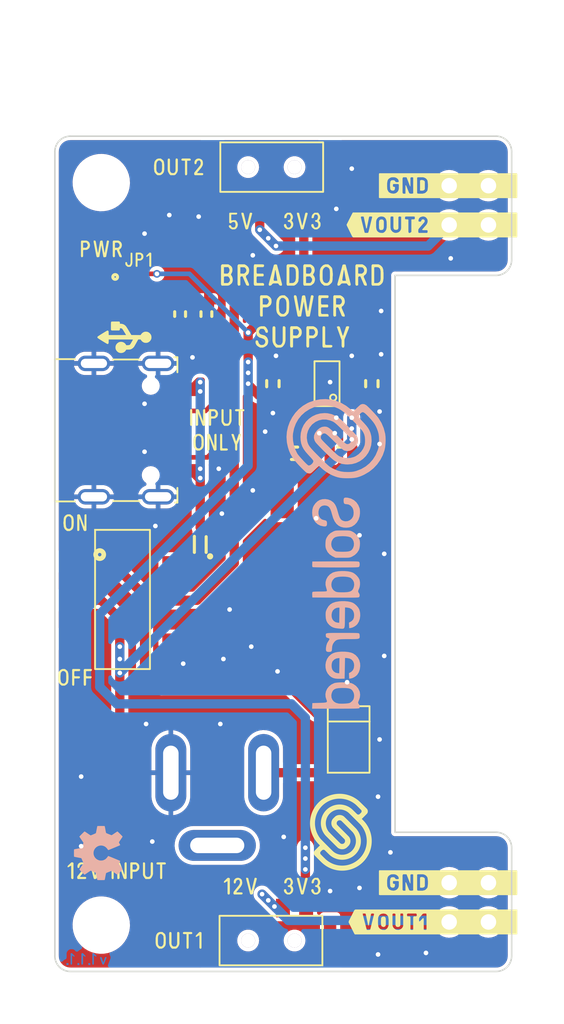
<source format=kicad_pcb>
(kicad_pcb (version 20210623) (generator pcbnew)
  (title_block (title "Breadboard_power_supply") (date "2021-07-08") (rev "V1.1.1.") (company "SOLDEREd") (comment 1 "333084"))
  (layers (0 "F.Cu" mixed) (31 "B.Cu" signal) (34 "B.Paste" user) (35 "F.Paste" user) (36 "B.SilkS" user "B.Silkscreen") (37 "F.SilkS" user "F.Silkscreen") (38 "B.Mask" user) (39 "F.Mask" user) (44 "Edge.Cuts" user))
  (net 0 "")
  (net 1 "5V")
  (net 2 "GND")
  (net 3 "12V")
  (net 4 "3V3")
  (net 5 "VIN")
  (net 6 "Net-(D1-Pad1)")
  (net 7 "Net-(D2-Pad1)")
  (net 8 "VUSB")
  (net 10 "Net-(K1-PadB5)")
  (net 12 "Net-(K1-PadA5)")
  (net 14 "Net-(K3-Pad2)")
  (net 15 "Net-(K4-Pad2)")
  (net 23 "Net-(JP1-Pad2)")
  (net 24 "Net-(D3-Pad1)")
  (footprint "e-radionica.com footprinti:0603C" (layer "F.Cu") (at 98.5 86.5)
    (fp_text reference "C2")
    (fp_text value "1uF")
    (pad "1" smd rect locked (at -0.73 0) (size 0.66 1) (layers "F.Cu" "F.Paste" "F.Mask") (net 2 "GND"))
    (pad "2" smd rect locked (at 0.73 0) (size 0.66 1) (layers "F.Cu" "F.Paste" "F.Mask") (net 3 "12V"))
  )
  (footprint "e-radionica.com footprinti:FIDUCIAL_23" (layer "F.Cu") (at 82.5 85)
    (fp_text reference "FD1")
    (fp_text value "FIDUCIAL")
    (fp_circle (center 0 0) (end 1 0) (layer "F.Cu") (width 0.2) (fill none))
    (pad "1" smd circle locked (at 0 0) (size 1 1) (layers "F.Cu" "F.Paste" "F.Mask") (clearance 1.1))
  )
  (footprint "e-radionica.com footprinti:HOLE_3.2mm" (layer "F.Cu") (at 83 69)
    (fp_text reference "H1" hide)
    (fp_text value "HOLE_3.2mm" hide)
    (pad "" np_thru_hole circle locked (at 0 0) (size 3.2 3.2) (drill 3.2) (layers F&B.Cu *.Mask))
  )
  (footprint "buzzardLabel" (layer "F.Cu") (at 92 114.5)
    (fp_text reference "" (at 0 0) (layer "F.SilkS") (effects (font (size 1.27 1.27))))
    (fp_text value "" (at 0 0) (layer "F.SilkS") (effects (font (size 1.27 1.27))))
  )
  (footprint "buzzardLabel" (layer "F.Cu") (at 96 71.5)
    (fp_text reference "" (at 0 0) (layer "F.SilkS") (effects (font (size 1.27 1.27))))
    (fp_text value "" (at 0 0) (layer "F.SilkS") (effects (font (size 1.27 1.27))))
  )
  (footprint "buzzardLabel" (layer "F.Cu") (at 96 114.5)
    (fp_text reference "" (at 0 0) (layer "F.SilkS") (effects (font (size 1.27 1.27))))
    (fp_text value "" (at 0 0) (layer "F.SilkS") (effects (font (size 1.27 1.27))))
  )
  (footprint "e-radionica.com footprinti:0603R" (layer "F.Cu") (at 89.8 77.5 90)
    (fp_text reference "R1")
    (fp_text value "5.1k")
    (pad "1" smd rect locked (at -0.775 0 180) (size 1 0.64) (layers "F.Cu" "F.Paste" "F.Mask") (net 10 "Net-(K1-PadB5)"))
    (pad "2" smd rect locked (at 0.775 0 180) (size 1 0.64) (layers "F.Cu" "F.Paste" "F.Mask") (net 2 "GND"))
  )
  (footprint "buzzardLabel" (layer "F.Cu") (at 90.5 85.8)
    (fp_text reference "" (at 0 0) (layer "F.SilkS") (effects (font (size 1.27 1.27))))
    (fp_text value "" (at 0 0) (layer "F.SilkS") (effects (font (size 1.27 1.27))))
  )
  (footprint "e-radionica.com footprinti:0603C" (layer "F.Cu") (at 100.5 82 -90)
    (fp_text reference "C1")
    (fp_text value "2.2uF")
    (pad "1" smd rect locked (at -0.73 0 270) (size 0.66 1) (layers "F.Cu" "F.Paste" "F.Mask") (net 2 "GND"))
    (pad "2" smd rect locked (at 0.73 0 270) (size 0.66 1) (layers "F.Cu" "F.Paste" "F.Mask") (net 1 "5V"))
  )
  (footprint "e-radionica.com footprinti:SWITCH_ON_OFF_ON_3296" (layer "F.Cu") (at 94 118 180)
    (fp_text reference "S2")
    (fp_text value "SK-3296S-01-L1")
    (pad "1" smd rect locked (at 2.1 2.1 180) (size 0.9 1.2) (layers "F.Cu" "F.Paste" "F.Mask") (net 3 "12V"))
    (pad "2" smd rect locked (at -0.75 2.1 180) (size 0.9 1.2) (layers "F.Cu" "F.Paste" "F.Mask") (net 14 "Net-(K3-Pad2)"))
    (pad "3" smd rect locked (at -2.25 2.1 180) (size 0.9 1.2) (layers "F.Cu" "F.Paste" "F.Mask") (net 4 "3V3"))
    (pad "MH1" thru_hole circle locked (at -1.5 0 180) (size 0.9 0.9) (drill 0.9) (layers *.Cu *.Mask))
    (pad "MH2" thru_hole circle locked (at 1.5 0 180) (size 0.9 0.9) (drill 0.9) (layers *.Cu *.Mask))
    (pad "MP1" smd rect locked (at -3.8 1.125 180) (size 0.8 0.9) (layers "F.Cu" "F.Paste" "F.Mask"))
    (pad "MP2" smd rect locked (at 3.75 1.125 180) (size 0.8 0.9) (layers "F.Cu" "F.Paste" "F.Mask"))
    (pad "MP3" smd rect locked (at 3.8 -1.075 180) (size 0.8 0.9) (layers "F.Cu" "F.Paste" "F.Mask"))
    (pad "MP4" smd rect locked (at -3.8 -1.075 180) (size 0.8 0.9) (layers "F.Cu" "F.Paste" "F.Mask"))
  )
  (footprint "buzzardLabel" (layer "F.Cu") (at 92 71.5)
    (fp_text reference "" (at 0 0) (layer "F.SilkS") (effects (font (size 1.27 1.27))))
    (fp_text value "" (at 0 0) (layer "F.SilkS") (effects (font (size 1.27 1.27))))
  )
  (footprint "buzzardLabel" (layer "F.Cu") (at 85.4 74)
    (fp_text reference "" (at 0 0) (layer "F.SilkS") (effects (font (size 1.27 1.27))))
    (fp_text value "" (at 0 0) (layer "F.SilkS") (effects (font (size 1.27 1.27))))
  )
  (footprint "buzzardLabel" (layer "F.Cu") (at 81.3 101)
    (fp_text reference "" (at 0 0) (layer "F.SilkS") (effects (font (size 1.27 1.27))))
    (fp_text value "" (at 0 0) (layer "F.SilkS") (effects (font (size 1.27 1.27))))
  )
  (footprint "buzzardLabel" (layer "F.Cu") (at 84 113.5)
    (fp_text reference "" (at 0 0) (layer "F.SilkS") (effects (font (size 1.27 1.27))))
    (fp_text value "" (at 0 0) (layer "F.SilkS") (effects (font (size 1.27 1.27))))
  )
  (footprint "buzzardLabel" (layer "F.Cu") (at 88 118)
    (fp_text reference "" (at 0 0) (layer "F.SilkS") (effects (font (size 1.27 1.27))))
    (fp_text value "" (at 0 0) (layer "F.SilkS") (effects (font (size 1.27 1.27))))
  )
  (footprint "buzzardLabel" (layer "F.Cu") (at 96 79)
    (fp_text reference "" (at 0 0) (layer "F.SilkS") (effects (font (size 1.27 1.27))))
    (fp_text value "" (at 0 0) (layer "F.SilkS") (effects (font (size 1.27 1.27))))
  )
  (footprint "buzzardLabel" (layer "F.Cu") (at 110.3 71.74)
    (fp_text reference "" (at 0 0) (layer "F.SilkS") (effects (font (size 1.27 1.27))))
    (fp_text value "" (at 0 0) (layer "F.SilkS") (effects (font (size 1.27 1.27))))
  )
  (footprint "buzzardLabel" (layer "F.Cu") (at 96 75)
    (fp_text reference "" (at 0 0) (layer "F.SilkS") (effects (font (size 1.27 1.27))))
    (fp_text value "" (at 0 0) (layer "F.SilkS") (effects (font (size 1.27 1.27))))
  )
  (footprint "e-radionica.com footprinti:SWITCH_ON_OFF_ON_3296" (layer "F.Cu") (at 94 68)
    (fp_text reference "S3")
    (fp_text value "SK-3296S-01-L1")
    (pad "1" smd rect locked (at 2.1 2.1) (size 0.9 1.2) (layers "F.Cu" "F.Paste" "F.Mask") (net 4 "3V3"))
    (pad "2" smd rect locked (at -0.75 2.1) (size 0.9 1.2) (layers "F.Cu" "F.Paste" "F.Mask") (net 15 "Net-(K4-Pad2)"))
    (pad "3" smd rect locked (at -2.25 2.1) (size 0.9 1.2) (layers "F.Cu" "F.Paste" "F.Mask") (net 1 "5V"))
    (pad "MH1" thru_hole circle locked (at -1.5 0) (size 0.9 0.9) (drill 0.9) (layers *.Cu *.Mask))
    (pad "MH2" thru_hole circle locked (at 1.5 0) (size 0.9 0.9) (drill 0.9) (layers *.Cu *.Mask))
    (pad "MP1" smd rect locked (at -3.8 1.125) (size 0.8 0.9) (layers "F.Cu" "F.Paste" "F.Mask"))
    (pad "MP2" smd rect locked (at 3.75 1.125) (size 0.8 0.9) (layers "F.Cu" "F.Paste" "F.Mask"))
    (pad "MP3" smd rect locked (at 3.8 -1.075) (size 0.8 0.9) (layers "F.Cu" "F.Paste" "F.Mask"))
    (pad "MP4" smd rect locked (at -3.8 -1.075) (size 0.8 0.9) (layers "F.Cu" "F.Paste" "F.Mask"))
  )
  (footprint "e-radionica.com footprinti:AS7805ADTR" (layer "F.Cu") (at 97 96.3 180)
    (fp_text reference "U1")
    (fp_text value "AS7805ADTR")
    (pad "1" smd rect (at -2.3 6.85 180) (size 1.5 2.5) (layers "F.Cu" "F.Paste" "F.Mask") (net 3 "12V"))
    (pad "2" smd rect (at 2.3 6.85 180) (size 1.5 2.5) (layers "F.Cu" "F.Paste" "F.Mask") (net 1 "5V"))
    (pad "3" smd rect (at 0 0 180) (size 7 7) (layers "F.Cu" "F.Paste" "F.Mask") (net 2 "GND"))
  )
  (footprint "e-radionica.com footprinti:0603C" (layer "F.Cu") (at 95.5 86.5 180)
    (fp_text reference "C3")
    (fp_text value "0.1uF")
    (pad "1" smd rect locked (at -0.73 0 180) (size 0.66 1) (layers "F.Cu" "F.Paste" "F.Mask") (net 2 "GND"))
    (pad "2" smd rect locked (at 0.73 0 180) (size 0.66 1) (layers "F.Cu" "F.Paste" "F.Mask") (net 1 "5V"))
  )
  (footprint "e-radionica.com footprinti:0402R" (layer "F.Cu") (at 83 76 180)
    (fp_text reference "R3")
    (fp_text value "2k2")
    (pad "1" smd rect locked (at -0.5 0 270) (size 0.64 0.54) (layers "F.Cu" "F.Paste" "F.Mask") (net 23 "Net-(JP1-Pad2)"))
    (pad "2" smd rect locked (at 0.5 0 270) (size 0.64 0.54) (layers "F.Cu" "F.Paste" "F.Mask") (net 24 "Net-(D3-Pad1)"))
  )
  (footprint "buzzardLabel" (layer "F.Cu") (at 83 73.3)
    (fp_text reference "" (at 0 0) (layer "F.SilkS") (effects (font (size 1.27 1.27))))
    (fp_text value "" (at 0 0) (layer "F.SilkS") (effects (font (size 1.27 1.27))))
  )
  (footprint "e-radionica.com footprinti:0603R" (layer "F.Cu") (at 88.1 77.5 90)
    (fp_text reference "R2")
    (fp_text value "5.1k")
    (pad "1" smd rect locked (at -0.775 0 180) (size 1 0.64) (layers "F.Cu" "F.Paste" "F.Mask") (net 12 "Net-(K1-PadA5)"))
    (pad "2" smd rect locked (at 0.775 0 180) (size 1 0.64) (layers "F.Cu" "F.Paste" "F.Mask") (net 2 "GND"))
  )
  (footprint "e-radionica.com footprinti:0603C" (layer "F.Cu") (at 94.1 82 -90)
    (fp_text reference "C4")
    (fp_text value "2.2uF")
    (pad "1" smd rect locked (at -0.73 0 270) (size 0.66 1) (layers "F.Cu" "F.Paste" "F.Mask") (net 2 "GND"))
    (pad "2" smd rect locked (at 0.73 0 270) (size 0.66 1) (layers "F.Cu" "F.Paste" "F.Mask") (net 4 "3V3"))
  )
  (footprint "e-radionica.com footprinti:M4_DIODA" (layer "F.Cu") (at 99 105 90)
    (fp_text reference "D2")
    (fp_text value "M4_DIODA")
    (pad "1" smd rect (at -1.69 0 90) (size 1.27 1.47) (layers "F.Cu" "F.Paste" "F.Mask") (net 7 "Net-(D2-Pad1)"))
    (pad "2" smd rect (at 1.69 0 90) (size 1.27 1.47) (layers "F.Cu" "F.Paste" "F.Mask") (net 5 "VIN"))
  )
  (footprint "buzzardLabel" (layer "F.Cu") (at 110.3 69.2)
    (fp_text reference "" (at 0 0) (layer "F.SilkS") (effects (font (size 1.27 1.27))))
    (fp_text value "" (at 0 0) (layer "F.SilkS") (effects (font (size 1.27 1.27))))
  )
  (footprint "buzzardLabel" (layer "F.Cu") (at 96 77)
    (fp_text reference "" (at 0 0) (layer "F.SilkS") (effects (font (size 1.27 1.27))))
    (fp_text value "" (at 0 0) (layer "F.SilkS") (effects (font (size 1.27 1.27))))
  )
  (footprint "e-radionica.com footprinti:SK-3245S-L3-B" (layer "F.Cu") (at 84.3 96)
    (fp_text reference "S1")
    (fp_text value "SK-3245S-L3-B")
    (pad "1" smd rect (at -3.25 -2.5) (size 1.2 0.7) (layers "F.Cu" "F.Paste" "F.Mask") (net 5 "VIN"))
    (pad "2" smd rect (at -3.25 0) (size 1.2 0.7) (layers "F.Cu" "F.Paste" "F.Mask") (net 3 "12V"))
    (pad "3" smd rect (at -3.25 2.5) (size 1.2 0.7) (layers "F.Cu" "F.Paste" "F.Mask"))
    (pad "4" smd rect (at 3.25 -2.5) (size 1.2 0.7) (layers "F.Cu" "F.Paste" "F.Mask") (net 8 "VUSB"))
    (pad "5" smd rect (at 3.25 0) (size 1.2 0.7) (layers "F.Cu" "F.Paste" "F.Mask") (net 1 "5V"))
    (pad "6" smd rect (at 3.25 2.5) (size 1.2 0.7) (layers "F.Cu" "F.Paste" "F.Mask"))
  )
  (footprint "e-radionica.com footprinti:SOD-323" (layer "F.Cu") (at 89.403198 92.4 -90)
    (fp_text reference "D1")
    (fp_text value "BAT20J")
    (pad "1" smd rect locked (at -1.1 0 270) (size 0.8 0.5) (layers "F.Cu" "F.Paste" "F.Mask") (net 6 "Net-(D1-Pad1)"))
    (pad "2" smd rect locked (at 1.1 0 270) (size 0.8 0.5) (layers "F.Cu" "F.Paste" "F.Mask") (net 8 "VUSB"))
  )
  (footprint "buzzardLabel" (layer "F.Cu") (at 110.3 114.26)
    (fp_text reference "" (at 0 0) (layer "F.SilkS") (effects (font (size 1.27 1.27))))
    (fp_text value "" (at 0 0) (layer "F.SilkS") (effects (font (size 1.27 1.27))))
  )
  (footprint "buzzardLabel" (layer "F.Cu") (at 110.3 116.8)
    (fp_text reference "" (at 0 0) (layer "F.SilkS") (effects (font (size 1.27 1.27))))
    (fp_text value "" (at 0 0) (layer "F.SilkS") (effects (font (size 1.27 1.27))))
  )
  (footprint "e-radionica.com footprinti:HOLE_3.2mm" (layer "F.Cu") (at 83 117)
    (fp_text reference "H2" hide)
    (fp_text value "HOLE_3.2mm" hide)
    (pad "" np_thru_hole circle locked (at 0 0) (size 3.2 3.2) (drill 3.2) (layers F&B.Cu *.Mask))
  )
  (footprint "e-radionica.com footprinti:SOT-23-5" (layer "F.Cu") (at 97.6 82 180)
    (fp_text reference "U2")
    (fp_text value "SE5218")
    (pad "1" smd rect (at -1.3 -0.95 180) (size 1.1 0.6) (layers "F.Cu" "F.Paste" "F.Mask") (net 1 "5V"))
    (pad "2" smd rect (at -1.3 0 180) (size 1.1 0.6) (layers "F.Cu" "F.Paste" "F.Mask") (net 2 "GND"))
    (pad "3" smd rect (at -1.3 0.95 180) (size 1.1 0.6) (layers "F.Cu" "F.Paste" "F.Mask") (net 1 "5V"))
    (pad "4" smd rect (at 1.3 0.95 180) (size 1.1 0.6) (layers "F.Cu" "F.Paste" "F.Mask"))
    (pad "5" smd rect (at 1.3 -0.95 180) (size 1.1 0.6) (layers "F.Cu" "F.Paste" "F.Mask") (net 4 "3V3"))
  )
  (footprint "Soldered Graphics:Symbol-Front-USB" (layer "F.Cu") (at 84.5 79 90)
    (fp_text reference "G***" hide)
    (fp_text value "LOGO" hide)
  )
  (footprint "e-radionica.com footprinti:0402LED" (layer "F.Cu") (at 83 74.5)
    (fp_text reference "D3")
    (fp_text value "purple")
    (pad "1" smd rect locked (at -0.55 0 90) (size 0.75 0.45) (layers "F.Cu" "F.Paste" "F.Mask") (net 24 "Net-(D3-Pad1)"))
    (pad "2" smd rect locked (at 0.55 0 90) (size 0.75 0.45) (layers "F.Cu" "F.Paste" "F.Mask") (net 2 "GND"))
  )
  (footprint "Soldered Graphics:Logo-Back-SolderedFULL-20mm" (layer "F.Cu") (at 98.19 93 90)
    (fp_text reference "REF**" hide)
    (fp_text value "Logo-Front-SolderedFULL-20mm" hide)
  )
  (footprint "buzzardLabel" (layer "F.Cu") (at 81.3 91)
    (fp_text reference "" (at 0 0) (layer "F.SilkS") (effects (font (size 1.27 1.27))))
    (fp_text value "" (at 0 0) (layer "F.SilkS") (effects (font (size 1.27 1.27))))
  )
  (footprint "Soldered Graphics:Logo-Back-OSH-3.5mm" (layer "F.Cu") (at 82.81 112.34 90)
    (fp_text reference "G***" hide)
    (fp_text value "LOGO" hide)
  )
  (footprint "e-radionica.com footprinti:DC_JACK" (layer "F.Cu") (at 90.5 109.5 180)
    (fp_text reference "K2")
    (fp_text value "DC_JACK")
    (pad "1" thru_hole oval (at -3 2.35 270) (size 5 2) (drill oval 3.5 1) (layers *.Cu *.Mask) (net 7 "Net-(D2-Pad1)"))
    (pad "2" thru_hole oval (at 3 2.35 270) (size 5 2) (drill oval 3.5 1) (layers *.Cu *.Mask) (net 2 "GND"))
    (pad "3" thru_hole oval (at 0 -2.35 180) (size 5 2) (drill oval 3.5 1) (layers *.Cu *.Mask))
  )
  (footprint "e-radionica.com footprinti:U262-161N-4BVC11" (layer "F.Cu") (at 85 85 -90)
    (fp_text reference "K1")
    (fp_text value "U262-161N-4BVC11")
    (pad "" np_thru_hole circle locked (at 2.913 -1.2 270) (size 0.65 0.65) (drill 0.65) (layers F&B.Cu *.Mask))
    (pad "" np_thru_hole circle locked (at -2.862 -1.2 270) (size 0.65 0.65) (drill 0.65) (layers F&B.Cu *.Mask))
    (pad "A1" smd rect locked (at -3.337 -2.475 270) (size 0.3 1.15) (layers "F.Cu" "F.Paste" "F.Mask") (net 2 "GND"))
    (pad "A4" smd rect locked (at -2.537 -2.475 270) (size 0.3 1.15) (layers "F.Cu" "F.Paste" "F.Mask") (net 6 "Net-(D1-Pad1)"))
    (pad "A5" smd rect locked (at -1.237 -2.475 270) (size 0.3 1.15) (layers "F.Cu" "F.Paste" "F.Mask") (net 12 "Net-(K1-PadA5)"))
    (pad "A6" smd rect locked (at -0.237 -2.475 270) (size 0.3 1.15) (layers "F.Cu" "F.Paste" "F.Mask"))
    (pad "A7" smd rect locked (at 0.263 -2.475 270) (size 0.3 1.15) (layers "F.Cu" "F.Paste" "F.Mask"))
    (pad "A8" smd rect locked (at 1.263 -2.475 270) (size 0.3 1.15) (layers "F.Cu" "F.Paste" "F.Mask"))
    (pad "A9" smd rect locked (at 2.563 -2.475 270) (size 0.3 1.15) (layers "F.Cu" "F.Paste" "F.Mask") (net 6 "Net-(D1-Pad1)"))
    (pad "A12" smd rect locked (at 3.338 -2.475 270) (size 0.3 1.15) (layers "F.Cu" "F.Paste" "F.Mask") (net 2 "GND"))
    (pad "B1" smd rect locked (at 3.138 -2.475 270) (size 0.3 1.15) (layers "F.Cu" "F.Paste" "F.Mask") (net 2 "GND"))
    (pad "B4" smd rect locked (at 2.363 -2.475 270) (size 0.3 1.15) (layers "F.Cu" "F.Paste" "F.Mask") (net 6 "Net-(D1-Pad1)"))
    (pad "B5" smd rect locked (at 1.763 -2.475 270) (size 0.3 1.15) (layers "F.Cu" "F.Paste" "F.Mask") (net 10 "Net-(K1-PadB5)"))
    (pad "B6" smd rect locked (at 0.763 -2.475 270) (size 0.3 1.15) (layers "F.Cu" "F.Paste" "F.Mask"))
    (pad "B7" smd rect locked (at -0.737 -2.475 270) (size 0.3 1.15) (layers "F.Cu" "F.Paste" "F.Mask"))
    (pad "B8" smd rect locked (at -1.737 -2.475 270) (size 0.3 1.15) (layers "F.Cu" "F.Paste" "F.Mask"))
    (pad "B9" smd rect locked (at -2.337 -2.475 270) (size 0.3 1.15) (layers "F.Cu" "F.Paste" "F.Mask") (net 6 "Net-(D1-Pad1)"))
    (pad "B12" smd rect locked (at -3.112 -2.475 270) (size 0.3 1.15) (layers "F.Cu" "F.Paste" "F.Mask") (net 2 "GND"))
    (pad "SH" thru_hole oval locked (at 4.313 2.475 270) (size 1 2.1) (drill oval 0.6 1.7) (layers *.Cu *.Mask) (net 2 "GND"))
    (pad "SH" thru_hole oval locked (at -4.312 -1.675 270) (size 1 2.1) (drill oval 0.6 1.7) (layers *.Cu *.Mask) (net 2 "GND"))
    (pad "SH" thru_hole oval locked (at -4.312 2.475 270) (size 1 2.1) (drill oval 0.6 1.7) (layers *.Cu *.Mask) (net 2 "GND"))
    (pad "SH" thru_hole oval locked (at 4.313 -1.675 270) (size 1 2.1) (drill oval 0.6 1.7) (layers *.Cu *.Mask) (net 2 "GND"))
  )
  (footprint "buzzardLabel" (layer "F.Cu") (at 88 68)
    (fp_text reference "" (at 0 0) (layer "F.SilkS") (effects (font (size 1.27 1.27))))
    (fp_text value "" (at 0 0) (layer "F.SilkS") (effects (font (size 1.27 1.27))))
  )
  (footprint "buzzardLabel" (layer "F.Cu") (at 90.5 84.2)
    (fp_text reference "" (at 0 0) (layer "F.SilkS") (effects (font (size 1.27 1.27))))
    (fp_text value "" (at 0 0) (layer "F.SilkS") (effects (font (size 1.27 1.27))))
  )
  (footprint "e-radionica.com footprinti:SMD-JUMPER-CONNECTED_TRACE_SLODERMASK" (layer "F.Cu") (at 85.4 75.25 -90)
    (fp_text reference "JP1")
    (fp_text value "SMD-JUMPER-CONNECTED_TRACE_SLODERMASK")
    (fp_poly (pts (xy 0.1 0.1) (xy -0.1 0.1) (xy -0.1 -0.1) (xy 0.1 -0.1)) (layer "F.Cu") (width 0.1) (fill solid))
    (pad "1" smd rect locked (at -0.35 0 270) (size 0.5 1) (layers "F.Cu" "F.Mask") (net 4 "3V3"))
    (pad "2" smd rect locked (at 0.35 0 270) (size 0.5 1) (layers "F.Cu" "F.Mask") (net 23 "Net-(JP1-Pad2)"))
  )
  (footprint "Soldered Graphics:Logo-Front-Soldered-5mm" (layer "F.Cu") (at 98.5 111)
    (fp_text reference "G***" hide)
    (fp_text value "LOGO" hide)
  )
  (footprint "e-radionica.com footprinti:HEADER_MALE_2X1" (layer "B.Cu") (at 105.5 115.53 -90)
    (fp_text reference "K3")
    (fp_text value "HEADER_MALE_2X1")
    (pad "1" thru_hole circle locked (at -1.27 0 270) (size 1.524 1.524) (drill 1) (layers *.Cu *.Mask) (net 2 "GND"))
    (pad "2" thru_hole circle locked (at 1.27 0 270) (size 1.524 1.524) (drill 1) (layers *.Cu *.Mask) (net 14 "Net-(K3-Pad2)"))
  )
  (footprint "e-radionica.com footprinti:HEADER_MALE_2X1" (layer "B.Cu") (at 105.5 70.47 -90)
    (fp_text reference "K4")
    (fp_text value "HEADER_MALE_2X1")
    (pad "1" thru_hole circle locked (at -1.27 0 270) (size 1.524 1.524) (drill 1) (layers *.Cu *.Mask) (net 2 "GND"))
    (pad "2" thru_hole circle locked (at 1.27 0 270) (size 1.524 1.524) (drill 1) (layers *.Cu *.Mask) (net 15 "Net-(K4-Pad2)"))
  )
  (footprint "e-radionica.com footprinti:HEADER_MALE_2X1" (layer "B.Cu") (at 108.04 70.47 -90)
    (fp_text reference "K6")
    (fp_text value "HEADER_MALE_2X1")
    (pad "1" thru_hole circle locked (at -1.27 0 270) (size 1.524 1.524) (drill 1) (layers *.Cu *.Mask) (net 2 "GND"))
    (pad "2" thru_hole circle locked (at 1.27 0 270) (size 1.524 1.524) (drill 1) (layers *.Cu *.Mask) (net 15 "Net-(K4-Pad2)"))
  )
  (footprint "e-radionica.com footprinti:HEADER_MALE_2X1" (layer "B.Cu") (at 108.04 115.53 -90)
    (fp_text reference "K5")
    (fp_text value "HEADER_MALE_2X1")
    (pad "1" thru_hole circle locked (at -1.27 0 270) (size 1.524 1.524) (drill 1) (layers *.Cu *.Mask) (net 2 "GND"))
    (pad "2" thru_hole circle locked (at 1.27 0 270) (size 1.524 1.524) (drill 1) (layers *.Cu *.Mask) (net 14 "Net-(K3-Pad2)"))
  )
  (footprint "Soldered Graphics:Version1.1.1." (layer "B.Cu") (at 82 119.2 180)
    (fp_text reference "REF**" hide)
    (fp_text value "Version1.1.1." hide)
    (fp_poly (pts (xy -0.27 -0.38) (xy -0.22 -0.38) (xy -0.17 -0.37) (xy -0.16 -0.33) (xy -0.16 -0.27) (xy -0.21 -0.26) (xy -0.26 -0.26) (xy -0.29 -0.29) (xy -0.29 -0.34) (xy -0.27 -0.38)) (layer "B.Cu") (width 0.01) (fill solid))
    (fp_poly (pts (xy 0.21 -0.35) (xy 0.26 -0.35) (xy 0.28 -0.31) (xy 0.28 0.35) (xy 0.24 0.38) (xy 0.19 0.38) (xy 0.15 0.34) (xy 0.04 0.22) (xy 0.02 0.17) (xy 0.05 0.16) (xy 0.14 0.22) (xy 0.18 0.23) (xy 0.18 -0.31) (xy 0.21 -0.35)) (layer "B.Cu") (width 0.01) (fill solid))
    (fp_poly (pts (xy 0.43 -0.38) (xy 0.48 -0.38) (xy 0.54 -0.37) (xy 0.54 -0.33) (xy 0.54 -0.27) (xy 0.5 -0.26) (xy 0.45 -0.26) (xy 0.42 -0.29) (xy 0.42 -0.34) (xy 0.43 -0.38)) (layer "B.Cu") (width 0.01) (fill solid))
    (fp_poly (pts (xy -0.5 -0.35) (xy -0.44 -0.35) (xy -0.43 -0.31) (xy -0.43 0.35) (xy -0.46 0.38) (xy -0.52 0.38) (xy -0.55 0.34) (xy -0.67 0.22) (xy -0.68 0.17) (xy -0.65 0.16) (xy -0.56 0.22) (xy -0.52 0.23) (xy -0.52 -0.31) (xy -0.5 -0.35)) (layer "B.Cu") (width 0.01) (fill solid))
    (fp_poly (pts (xy 1.14 -0.38) (xy 1.19 -0.38) (xy 1.24 -0.37) (xy 1.25 -0.33) (xy 1.25 -0.27) (xy 1.2 -0.26) (xy 1.15 -0.26) (xy 1.12 -0.29) (xy 1.12 -0.34) (xy 1.14 -0.38)) (layer "B.Cu") (width 0.01) (fill solid))
    (fp_poly (pts (xy -1.15 -0.35) (xy -1.1 -0.35) (xy -1.07 -0.31) (xy -0.92 0.1) (xy -0.94 0.13) (xy -0.99 0.13) (xy -1.02 0.1) (xy -1.11 -0.16) (xy -1.13 -0.21) (xy -1.15 -0.17) (xy -1.24 0.09) (xy -1.26 0.13) (xy -1.32 0.13) (xy -1.34 0.1) (xy -1.18 -0.31) (xy -1.15 -0.35)) (layer "B.Cu") (width 0.01) (fill solid))
    (fp_poly (pts (xy 0.91 -0.35) (xy 0.96 -0.35) (xy 0.98 -0.31) (xy 0.98 0.35) (xy 0.95 0.38) (xy 0.89 0.38) (xy 0.86 0.34) (xy 0.74 0.22) (xy 0.73 0.17) (xy 0.76 0.16) (xy 0.85 0.22) (xy 0.89 0.23) (xy 0.89 -0.31) (xy 0.91 -0.35)) (layer "B.Cu") (width 0.01) (fill solid))
  )
  (gr_arc (start 108.540003 119) (end 109.54 119) (angle 90) (layer "Edge.Cuts") (width 0.1))
  (gr_line (start 109.54 112) (end 109.54 119) (layer "Edge.Cuts") (width 0.1))
  (gr_line (start 80 119) (end 80 67) (layer "Edge.Cuts") (width 0.1))
  (gr_arc (start 108.54 66.999997) (end 108.54 66) (angle 90) (layer "Edge.Cuts") (width 0.1))
  (gr_line (start 102 75) (end 102 111) (layer "Edge.Cuts") (width 0.1))
  (gr_line (start 81 66) (end 108.54 66) (layer "Edge.Cuts") (width 0.1))
  (gr_line (start 102 111) (end 108.54 111) (layer "Edge.Cuts") (width 0.1))
  (gr_arc (start 81 67) (end 80 67) (angle 90) (layer "Edge.Cuts") (width 0.1))
  (gr_line (start 108.54 120) (end 81 120) (layer "Edge.Cuts") (width 0.1))
  (gr_arc (start 108.540003 74) (end 109.54 74) (angle 90) (layer "Edge.Cuts") (width 0.1))
  (gr_arc (start 108.54 111.999997) (end 108.54 111) (angle 90) (layer "Edge.Cuts") (width 0.1))
  (gr_line (start 109.54 67) (end 109.54 74) (layer "Edge.Cuts") (width 0.1))
  (gr_arc (start 81 119) (end 81 120) (angle 90) (layer "Edge.Cuts") (width 0.1))
  (gr_line (start 108.54 75) (end 102 75) (layer "Edge.Cuts") (width 0.1))
  (segment (start 91.8 91.7) (end 92.7 90.8) (width 0.6) (layer "F.Cu") (net 1))
  (segment (start 94.77 85.23) (end 95.3 84.7) (width 0.6) (layer "F.Cu") (net 1))
  (segment (start 97.75 82.95) (end 98.25 82.95) (width 0.25) (layer "F.Cu") (net 1))
  (segment (start 95.3 84.7) (end 96.5 84.7) (width 0.6) (layer "F.Cu") (net 1))
  (segment (start 87.55 96) (end 89.2 96) (width 0.6) (layer "F.Cu") (net 1))
  (segment (start 97.65 81.05) (end 97 81.7) (width 0.25) (layer "F.Cu") (net 1))
  (segment (start 91.6 93.6) (end 91.6 91.9) (width 0.6) (layer "F.Cu") (net 1))
  (segment (start 91.6 70.25) (end 91.6 91.9) (width 0.6) (layer "F.Cu") (net 1))
  (segment (start 98.8 82.95) (end 100.28 82.95) (width 0.6) (layer "F.Cu") (net 1))
  (segment (start 89.2 96) (end 91.6 93.6) (width 0.6) (layer "F.Cu") (net 1))
  (segment (start 98.8 81.05) (end 97.65 81.05) (width 0.25) (layer "F.Cu") (net 1))
  (segment (start 98.25 82.95) (end 98.8 82.95) (width 0.6) (layer "F.Cu") (net 1))
  (segment (start 91.75 70.1) (end 91.6 70.25) (width 0.6) (layer "F.Cu") (net 1))
  (segment (start 94.77 86.5) (end 94.77 89.38) (width 0.6) (layer "F.Cu") (net 1))
  (segment (start 91.6 91.9) (end 91.8 91.7) (width 0.6) (layer "F.Cu") (net 1))
  (segment (start 94.7 89.45) (end 94.05 89.45) (width 0.6) (layer "F.Cu") (net 1))
  (segment (start 100.28 82.95) (end 100.5 82.73) (width 0.6) (layer "F.Cu") (net 1))
  (segment (start 92.7 90.8) (end 92.9 90.6) (width 0.6) (layer "F.Cu") (net 1))
  (segment (start 96.5 84.7) (end 98.25 82.95) (width 0.6) (layer "F.Cu") (net 1))
  (segment (start 94.77 86.5) (end 94.77 85.23) (width 0.6) (layer "F.Cu") (net 1))
  (segment (start 94.05 89.45) (end 92.7 90.8) (width 0.6) (layer "F.Cu") (net 1))
  (segment (start 97 82.2) (end 97.75 82.95) (width 0.25) (layer "F.Cu") (net 1))
  (segment (start 97 81.7) (end 97 82.2) (width 0.25) (layer "F.Cu") (net 1))
  (segment (start 94.77 86.5) (end 94.77 86.33) (width 0.6) (layer "F.Cu") (net 1))
  (via (at 100.9 118.9) (size 0.5) (drill 0.3) (layers "F.Cu" "B.Cu") (net 2))
  (via (at 92.8 73.7) (size 0.5) (drill 0.3) (layers "F.Cu" "B.Cu") (net 2))
  (via (at 101.1 80.1) (size 0.5) (drill 0.3) (layers "F.Cu" "B.Cu") (net 2))
  (via (at 100.9 108.7) (size 0.5) (drill 0.3) (layers "F.Cu" "B.Cu") (net 2))
  (via (at 92.8 88.9) (size 0.5) (drill 0.3) (layers "F.Cu" "B.Cu") (net 2))
  (via (at 96.9 90.7) (size 0.5) (drill 0.3) (layers "F.Cu" "B.Cu") (net 2))
  (via (at 90.6 87.5) (size 0.5) (drill 0.3) (layers "F.Cu" "B.Cu") (net 2))
  (via (at 97.1 85.2) (size 0.5) (drill 0.3) (layers "F.Cu" "B.Cu") (net 2))
  (via (at 105.6 73.9) (size 0.5) (drill 0.3) (layers "F.Cu" "B.Cu") (net 2))
  (via (at 86.5 91.2) (size 0.5) (drill 0.3) (layers "F.Cu" "B.Cu") (net 2))
  (via (at 87.4 71.1) (size 0.5) (drill 0.3) (layers "F.Cu" "B.Cu") (net 2))
  (via (at 101.3 93) (size 0.5) (drill 0.3) (layers "F.Cu" "B.Cu") (net 2))
  (via (at 90.7 104) (size 0.5) (drill 0.3) (layers "F.Cu" "B.Cu") (net 2))
  (via (at 88.9 80.3) (size 0.5) (drill 0.3) (layers "F.Cu" "B.Cu") (net 2))
  (via (at 90.9 99.8) (size 0.5) (drill 0.3) (layers "F.Cu" "B.Cu") (net 2))
  (via (at 98.2 70.7) (size 0.5) (drill 0.3) (layers "F.Cu" "B.Cu") (net 2))
  (via (at 98.1 85.2) (size 0.5) (drill 0.3) (layers "F.Cu" "B.Cu") (net 2))
  (via (at 85.8 86.4) (size 0.5) (drill 0.3) (layers "F.Cu" "B.Cu") (net 2))
  (via (at 101 105) (size 0.5) (drill 0.3) (layers "F.Cu" "B.Cu") (net 2))
  (via (at 97.8 81.9) (size 0.5) (drill 0.3) (layers "F.Cu" "B.Cu") (net 2))
  (via (at 99.7 114.6) (size 0.5) (drill 0.3) (layers "F.Cu" "B.Cu") (net 2))
  (via (at 85.9 104) (size 0.5) (drill 0.3) (layers "F.Cu" "B.Cu") (net 2))
  (via (at 94.4 100.6) (size 0.5) (drill 0.3) (layers "F.Cu" "B.Cu") (net 2))
  (via (at 94.1 83.9) (size 0.5) (drill 0.3) (layers "F.Cu" "B.Cu") (net 2))
  (via (at 104 118.8) (size 0.5) (drill 0.3) (layers "F.Cu" "B.Cu") (net 2))
  (via (at 85.8 83.3) (size 0.5) (drill 0.3) (layers "F.Cu" "B.Cu") (net 2))
  (via (at 86.3 111.6) (size 0.5) (drill 0.3) (layers "F.Cu" "B.Cu") (net 2))
  (via (at 92.7 99) (size 0.5) (drill 0.3) (layers "F.Cu" "B.Cu") (net 2))
  (via (at 97.8 114.8) (size 0.5) (drill 0.3) (layers "F.Cu" "B.Cu") (net 2))
  (via (at 101 83.8) (size 0.5) (drill 0.3) (layers "F.Cu" "B.Cu") (net 2))
  (via (at 91.3 96.6) (size 0.5) (drill 0.3) (layers "F.Cu" "B.Cu") (net 2))
  (via (at 101.3 99.6) (size 0.5) (drill 0.3) (layers "F.Cu" "B.Cu") (net 2))
  (via (at 88.3 100.1) (size 0.5) (drill 0.3) (layers "F.Cu" "B.Cu") (net 2))
  (via (at 101.7 112.3) (size 0.5) (drill 0.3) (layers "F.Cu" "B.Cu") (net 2))
  (via (at 99.2 68.1) (size 0.5) (drill 0.3) (layers "F.Cu" "B.Cu") (net 2))
  (via (at 85.8 72.3) (size 0.5) (drill 0.3) (layers "F.Cu" "B.Cu") (net 2))
  (via (at 81.7 111.9) (size 0.5) (drill 0.3) (layers "F.Cu" "B.Cu") (net 2))
  (via (at 81.7 107.4) (size 0.5) (drill 0.3) (layers "F.Cu" "B.Cu") (net 2))
  (via (at 89.3 71.2) (size 0.5) (drill 0.3) (layers "F.Cu" "B.Cu") (net 2))
  (via (at 101 85.9) (size 0.5) (drill 0.3) (layers "F.Cu" "B.Cu") (net 2))
  (via (at 98.9 101.3) (size 0.5) (drill 0.3) (layers "F.Cu" "B.Cu") (net 2))
  (via (at 94.3 80.2) (size 0.5) (drill 0.3) (layers "F.Cu" "B.Cu") (net 2))
  (via (at 99.7 91.8) (size 0.5) (drill 0.3) (layers "F.Cu" "B.Cu") (net 2))
  (via (at 94.8 111.3) (size 0.5) (drill 0.3) (layers "F.Cu" "B.Cu") (net 2))
  (via (at 93.6 85.1) (size 0.5) (drill 0.3) (layers "F.Cu" "B.Cu") (net 2))
  (via (at 98.2 84.2) (size 0.5) (drill 0.3) (layers "F.Cu" "B.Cu") (net 2))
  (via (at 101.1 77.3) (size 0.5) (drill 0.3) (layers "F.Cu" "B.Cu") (net 2))
  (via (at 90.8 90.4) (size 0.5) (drill 0.3) (layers "F.Cu" "B.Cu") (net 2))
  (via (at 99.2 80.2) (size 0.5) (drill 0.3) (layers "F.Cu" "B.Cu") (net 2))
  (segment (start 90.5 114.5) (end 91.9 115.9) (width 0.6) (layer "F.Cu") (net 3))
  (segment (start 99.2 86.47) (end 99.23 86.5) (width 0.6) (layer "F.Cu") (net 3))
  (segment (start 84.2 97.2) (end 84.2 112.4) (width 0.6) (layer "F.Cu") (net 3))
  (segment (start 99.23 86.5) (end 99.23 89.38) (width 0.6) (layer "F.Cu") (net 3))
  (segment (start 84.2 112.4) (end 86.3 114.5) (width 0.6) (layer "F.Cu") (net 3))
  (segment (start 84.2 97.2) (end 83 96) (width 0.6) (layer "F.Cu") (net 3))
  (segment (start 99.2 84.2) (end 99.2 86.47) (width 0.6) (layer "F.Cu") (net 3))
  (segment (start 86.3 114.5) (end 90.5 114.5) (width 0.6) (layer "F.Cu") (net 3))
  (segment (start 83 96) (end 81.05 96) (width 0.6) (layer "F.Cu") (net 3))
  (segment (start 84.2 97.2) (end 84.2 99) (width 0.6) (layer "F.Cu") (net 3))
  (via (at 99.2 84.9) (size 0.5) (drill 0.3) (layers "F.Cu" "B.Cu") (net 3))
  (via (at 84.2 100.7) (size 0.5) (drill 0.3) (layers "F.Cu" "B.Cu") (net 3))
  (via (at 84.2 99.8) (size 0.5) (drill 0.3) (layers "F.Cu" "B.Cu") (net 3))
  (via (at 99.2 84.2) (size 0.5) (drill 0.3) (layers "F.Cu" "B.Cu") (net 3))
  (via (at 84.2 99) (size 0.5) (drill 0.3) (layers "F.Cu" "B.Cu") (net 3))
  (via (at 99.2 85.6) (size 0.5) (drill 0.3) (layers "F.Cu" "B.Cu") (net 3))
  (segment (start 84.2 99) (end 84.2 100.7) (width 0.6) (layer "B.Cu") (net 3))
  (segment (start 84.2 100.7) (end 99.2 85.7) (width 0.6) (layer "B.Cu") (net 3))
  (segment (start 99.2 85.7) (end 99.2 84.2) (width 0.6) (layer "B.Cu") (net 3))
  (segment (start 96.2 112) (end 96.2 115.85) (width 0.6) (layer "F.Cu") (net 4))
  (segment (start 94.92 82.95) (end 94.7 82.73) (width 0.6) (layer "F.Cu") (net 4))
  (segment (start 96.2 82.95) (end 94.92 82.95) (width 0.6) (layer "F.Cu") (net 4))
  (segment (start 92.5 80.6) (end 92.5 78.7) (width 0.6) (layer "F.Cu") (net 4))
  (segment (start 85.4 74.9) (end 86.6 74.9) (width 0.3) (layer "F.Cu") (net 4))
  (segment (start 96.2 113.4) (end 96.2 112) (width 0.6) (layer "F.Cu") (net 4))
  (segment (start 94.7 82.73) (end 93.17 82.73) (width 0.6) (layer "F.Cu") (net 4))
  (segment (start 92.5 78.7) (end 96.1 75.1) (width 0.6) (layer "F.Cu") (net 4))
  (segment (start 93.17 82.73) (end 92.5 82.06) (width 0.6) (layer "F.Cu") (net 4))
  (segment (start 96.1 75.1) (end 96.1 70.1) (width 0.6) (layer "F.Cu") (net 4))
  (segment (start 92.5 82.06) (end 92.5 80.6) (width 0.6) (layer "F.Cu") (net 4))
  (segment (start 96.2 115.85) (end 96.25 115.9) (width 0.6) (layer "F.Cu") (net 4))
  (via (at 92.5 82) (size 0.5) (drill 0.3) (layers "F.Cu" "B.Cu") (net 4))
  (via (at 96.2 112) (size 0.5) (drill 0.3) (layers "F.Cu" "B.Cu") (net 4))
  (via (at 92.5 81.3) (size 0.5) (drill 0.3) (layers "F.Cu" "B.Cu") (net 4))
  (via (at 86.6 74.9) (size 0.5) (drill 0.3) (layers "F.Cu" "B.Cu") (net 4))
  (via (at 96.2 112.7) (size 0.5) (drill 0.3) (layers "F.Cu" "B.Cu") (net 4))
  (via (at 96.2 113.4) (size 0.5) (drill 0.3) (layers "F.Cu" "B.Cu") (net 4))
  (via (at 92.5 78.7) (size 0.5) (drill 0.3) (layers "F.Cu" "B.Cu") (net 4))
  (via (at 92.5 80.6) (size 0.5) (drill 0.3) (layers "F.Cu" "B.Cu") (net 4))
  (segment (start 82.9 101.6) (end 82.9 96.9) (width 0.6) (layer "B.Cu") (net 4))
  (segment (start 84 102.7) (end 82.9 101.6) (width 0.6) (layer "B.Cu") (net 4))
  (segment (start 82.9 96.9) (end 92.5 87.3) (width 0.6) (layer "B.Cu") (net 4))
  (segment (start 95.301977 102.7) (end 84 102.7) (width 0.6) (layer "B.Cu") (net 4))
  (segment (start 86.6 74.9) (end 88.7 74.9) (width 0.3) (layer "B.Cu") (net 4))
  (segment (start 96.2 103.598023) (end 95.301977 102.7) (width 0.6) (layer "B.Cu") (net 4))
  (segment (start 92.5 83.13) (end 92.5 80.6) (width 0.6) (layer "B.Cu") (net 4))
  (segment (start 96.2 113.4) (end 96.2 112) (width 0.6) (layer "B.Cu") (net 4))
  (segment (start 96.2 112) (end 96.2 103.598023) (width 0.6) (layer "B.Cu") (net 4))
  (segment (start 92.5 87.3) (end 92.5 80.6) (width 0.6) (layer "B.Cu") (net 4))
  (segment (start 88.7 74.9) (end 92.5 78.7) (width 0.3) (layer "B.Cu") (net 4))
  (segment (start 83.6 93.5) (end 81.05 93.5) (width 0.6) (layer "F.Cu") (net 5))
  (segment (start 85.8 100.5) (end 85.8 95.7) (width 0.6) (layer "F.Cu") (net 5))
  (segment (start 95.2 101.6) (end 86.9 101.6) (width 0.6) (layer "F.Cu") (net 5))
  (segment (start 99 103.31) (end 96.91 103.31) (width 0.6) (layer "F.Cu") (net 5))
  (segment (start 86.9 101.6) (end 85.8 100.5) (width 0.6) (layer "F.Cu") (net 5))
  (segment (start 96.91 103.31) (end 95.2 101.6) (width 0.6) (layer "F.Cu") (net 5))
  (segment (start 85.8 95.7) (end 83.6 93.5) (width 0.6) (layer "F.Cu") (net 5))
  (segment (start 89.4 88.1) (end 89.4 91.296802) (width 0.6) (layer "F.Cu") (net 6))
  (segment (start 89.4 91.296802) (end 89.403198 91.3) (width 0.6) (layer "F.Cu") (net 6))
  (via (at 89.4 81.9) (size 0.5) (drill 0.3) (layers "F.Cu" "B.Cu") (net 6))
  (via (at 89.4 87.5) (size 0.5) (drill 0.3) (layers "F.Cu" "B.Cu") (net 6))
  (via (at 89.4 88.1) (size 0.5) (drill 0.3) (layers "F.Cu" "B.Cu") (net 6))
  (via (at 89.4 82.5) (size 0.5) (drill 0.3) (layers "F.Cu" "B.Cu") (net 6))
  (segment (start 89.4 81.9) (end 89.4 88.1) (width 0.6) (layer "B.Cu") (net 6))
  (segment (start 93.5 107.15) (end 98.54 107.15) (width 0.6) (layer "F.Cu") (net 7))
  (segment (start 98.54 107.15) (end 99 106.69) (width 0.6) (layer "F.Cu") (net 7))
  (segment (start 87.55 93.45) (end 87.55 93.5) (width 0.6) (layer "F.Cu") (net 8))
  (segment (start 87.55 93.5) (end 89.403198 93.5) (width 0.6) (layer "F.Cu") (net 8))
  (segment (start 87.475 86.763) (end 89.863 86.763) (width 0.3) (layer "F.Cu") (net 10))
  (segment (start 90.7 79.175) (end 89.8 78.275) (width 0.3) (layer "F.Cu") (net 10))
  (segment (start 90.7 85.926) (end 90.7 79.175) (width 0.3) (layer "F.Cu") (net 10))
  (segment (start 89.863 86.763) (end 90.7 85.926) (width 0.3) (layer "F.Cu") (net 10))
  (segment (start 89.737 83.763) (end 90.2 83.3) (width 0.3) (layer "F.Cu") (net 12))
  (segment (start 90.2 83.3) (end 90.2 80.5) (width 0.3) (layer "F.Cu") (net 12))
  (segment (start 90.2 80.5) (end 88.1 78.4) (width 0.3) (layer "F.Cu") (net 12))
  (segment (start 87.475 83.763) (end 89.737 83.763) (width 0.3) (layer "F.Cu") (net 12))
  (segment (start 88.1 78.4) (end 88.1 78.275) (width 0.3) (layer "F.Cu") (net 12))
  (segment (start 94.3 115.9) (end 94.75 115.9) (width 0.6) (layer "F.Cu") (net 14))
  (segment (start 93.4 115) (end 94.3 115.9) (width 0.6) (layer "F.Cu") (net 14))
  (via (at 93.8 115.4) (size 0.5) (drill 0.3) (layers "F.Cu" "B.Cu") (net 14))
  (via (at 94.2 115.8) (size 0.5) (drill 0.3) (layers "F.Cu" "B.Cu") (net 14))
  (via (at 93.4 115) (size 0.5) (drill 0.3) (layers "F.Cu" "B.Cu") (net 14))
  (segment (start 93.4 115) (end 95.1 116.7) (width 0.6) (layer "B.Cu") (net 14))
  (segment (start 95.1 116.7) (end 105.4 116.7) (width 0.6) (layer "B.Cu") (net 14))
  (segment (start 105.4 116.7) (end 105.5 116.8) (width 0.6) (layer "B.Cu") (net 14))
  (segment (start 105.5 116.8) (end 108.04 116.8) (width 0.6) (layer "B.Cu") (net 14))
  (segment (start 93.25 72.05) (end 94.3 73.1) (width 0.6) (layer "F.Cu") (net 15))
  (segment (start 93.25 70.1) (end 93.25 72.05) (width 0.6) (layer "F.Cu") (net 15))
  (via (at 93.25 72.05) (size 0.5) (drill 0.3) (layers "F.Cu" "B.Cu") (net 15))
  (via (at 94.3 73.1) (size 0.5) (drill 0.3) (layers "F.Cu" "B.Cu") (net 15))
  (via (at 93.8 72.6) (size 0.5) (drill 0.3) (layers "F.Cu" "B.Cu") (net 15))
  (segment (start 105.5 71.74) (end 108.04 71.74) (width 0.6) (layer "B.Cu") (net 15))
  (segment (start 94.3 73.1) (end 104.14 73.1) (width 0.6) (layer "B.Cu") (net 15))
  (segment (start 94.3 73.1) (end 93.25 72.05) (width 0.6) (layer "B.Cu") (net 15))
  (segment (start 104.14 73.1) (end 105.5 71.74) (width 0.6) (layer "B.Cu") (net 15))
  (segment (start 83.5 76) (end 85 76) (width 0.3) (layer "F.Cu") (net 23))
  (segment (start 85 76) (end 85.4 75.6) (width 0.3) (layer "F.Cu") (net 23))
  (segment (start 82.45 74.5) (end 82.45 75.95) (width 0.3) (layer "F.Cu") (net 24))
  (segment (start 82.45 75.95) (end 82.5 76) (width 0.3) (layer "F.Cu") (net 24))
  (zone (net 6) (net_name "Net-(D1-Pad1)") (layer "F.Cu") (priority 3) (connect_pads yes (clearance 0.254)) (min_thickness 0.254) (fill yes (thermal_gap 0.254) (thermal_bridge_width 0.254))
    (polygon (pts (xy 89.2 81.6) (xy 89.6 81.6) (xy 89.7 81.7) (xy 89.7 82.7) (xy 89.6 82.8) (xy 86.9 82.8) (xy 86.9 82.3) (xy 88.5 82.3)))
  )
  (zone (net 6) (net_name "Net-(D1-Pad1)") (layer "F.Cu") (priority 3) (connect_pads yes (clearance 0.254)) (min_thickness 0.254) (fill yes (thermal_gap 0.254) (thermal_bridge_width 0.254))
    (polygon (pts (xy 89.7 87.3) (xy 89.7 88.3) (xy 89.6 88.4) (xy 89.2 88.4) (xy 88.5 87.7) (xy 86.9 87.7) (xy 86.9 87.2) (xy 89.6 87.2)))
  )
  (zone (net 2) (net_name "GND") (layers F&B.Cu) (connect_pads (clearance 0.254)) (min_thickness 0.254) (fill yes (thermal_gap 0.254) (thermal_bridge_width 0.3))
    (polygon (pts (xy 109.6 75) (xy 102 75) (xy 102 111) (xy 109.6 111) (xy 109.6 120) (xy 80 120) (xy 80 66) (xy 109.6 66)))
  )
)
</source>
